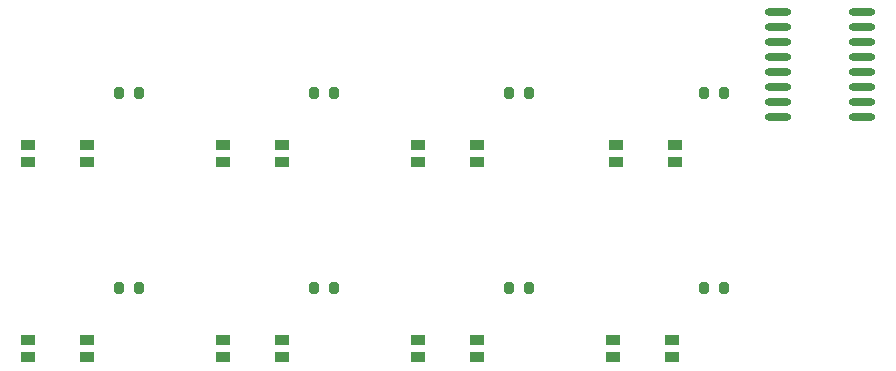
<source format=gtp>
%TF.GenerationSoftware,KiCad,Pcbnew,7.0.8*%
%TF.CreationDate,2023-10-22T18:36:15+02:00*%
%TF.ProjectId,Second test with RGB LEDs,5365636f-6e64-4207-9465-737420776974,rev?*%
%TF.SameCoordinates,Original*%
%TF.FileFunction,Paste,Top*%
%TF.FilePolarity,Positive*%
%FSLAX46Y46*%
G04 Gerber Fmt 4.6, Leading zero omitted, Abs format (unit mm)*
G04 Created by KiCad (PCBNEW 7.0.8) date 2023-10-22 18:36:15*
%MOMM*%
%LPD*%
G01*
G04 APERTURE LIST*
G04 Aperture macros list*
%AMRoundRect*
0 Rectangle with rounded corners*
0 $1 Rounding radius*
0 $2 $3 $4 $5 $6 $7 $8 $9 X,Y pos of 4 corners*
0 Add a 4 corners polygon primitive as box body*
4,1,4,$2,$3,$4,$5,$6,$7,$8,$9,$2,$3,0*
0 Add four circle primitives for the rounded corners*
1,1,$1+$1,$2,$3*
1,1,$1+$1,$4,$5*
1,1,$1+$1,$6,$7*
1,1,$1+$1,$8,$9*
0 Add four rect primitives between the rounded corners*
20,1,$1+$1,$2,$3,$4,$5,0*
20,1,$1+$1,$4,$5,$6,$7,0*
20,1,$1+$1,$6,$7,$8,$9,0*
20,1,$1+$1,$8,$9,$2,$3,0*%
G04 Aperture macros list end*
%ADD10R,1.200000X0.819990*%
%ADD11RoundRect,0.200000X0.200000X0.275000X-0.200000X0.275000X-0.200000X-0.275000X0.200000X-0.275000X0*%
%ADD12RoundRect,0.200000X-0.200000X-0.275000X0.200000X-0.275000X0.200000X0.275000X-0.200000X0.275000X0*%
%ADD13O,2.231013X0.602007*%
G04 APERTURE END LIST*
D10*
%TO.C,D2*%
X157520000Y-57900064D03*
X157520000Y-56399936D03*
X162520000Y-56399936D03*
X162520000Y-57900064D03*
%TD*%
%TO.C,D3*%
X141010000Y-57900064D03*
X141010000Y-56399936D03*
X146010000Y-56399936D03*
X146010000Y-57900064D03*
%TD*%
%TO.C,D5*%
X129500000Y-72909936D03*
X129500000Y-74410064D03*
X124500000Y-74410064D03*
X124500000Y-72909936D03*
%TD*%
%TO.C,D1*%
X174284000Y-57900064D03*
X174284000Y-56399936D03*
X179284000Y-56399936D03*
X179284000Y-57900064D03*
%TD*%
%TO.C,D6*%
X146010000Y-72909936D03*
X146010000Y-74410064D03*
X141010000Y-74410064D03*
X141010000Y-72909936D03*
%TD*%
%TO.C,D4*%
X124500000Y-57900064D03*
X124500000Y-56399936D03*
X129500000Y-56399936D03*
X129500000Y-57900064D03*
%TD*%
%TO.C,D7*%
X162520000Y-72909936D03*
X162520000Y-74410064D03*
X157520000Y-74410064D03*
X157520000Y-72909936D03*
%TD*%
%TO.C,D8*%
X179030000Y-72909936D03*
X179030000Y-74410064D03*
X174030000Y-74410064D03*
X174030000Y-72909936D03*
%TD*%
D11*
%TO.C,R2*%
X183385000Y-68580000D03*
X181735000Y-68580000D03*
%TD*%
D12*
%TO.C,R3*%
X165200000Y-52070000D03*
X166850000Y-52070000D03*
%TD*%
D11*
%TO.C,R8*%
X133855000Y-68580000D03*
X132205000Y-68580000D03*
%TD*%
D12*
%TO.C,R7*%
X132205000Y-52070000D03*
X133855000Y-52070000D03*
%TD*%
%TO.C,R5*%
X148715000Y-52070000D03*
X150365000Y-52070000D03*
%TD*%
D11*
%TO.C,R6*%
X150365000Y-68580000D03*
X148715000Y-68580000D03*
%TD*%
D12*
%TO.C,R1*%
X181735000Y-52070000D03*
X183385000Y-52070000D03*
%TD*%
D11*
%TO.C,R4*%
X166875000Y-68580000D03*
X165225000Y-68580000D03*
%TD*%
D13*
%TO.C,U1*%
X187941190Y-45212000D03*
X187941190Y-46482003D03*
X187941190Y-47752005D03*
X187941190Y-49022008D03*
X187941190Y-50292010D03*
X187941190Y-51562013D03*
X187941190Y-52832015D03*
X187941190Y-54102018D03*
X195072000Y-54102018D03*
X195072000Y-52832015D03*
X195072000Y-51562013D03*
X195072000Y-50292010D03*
X195072000Y-49022008D03*
X195072000Y-47752005D03*
X195072000Y-46482003D03*
X195072000Y-45212000D03*
%TD*%
M02*

</source>
